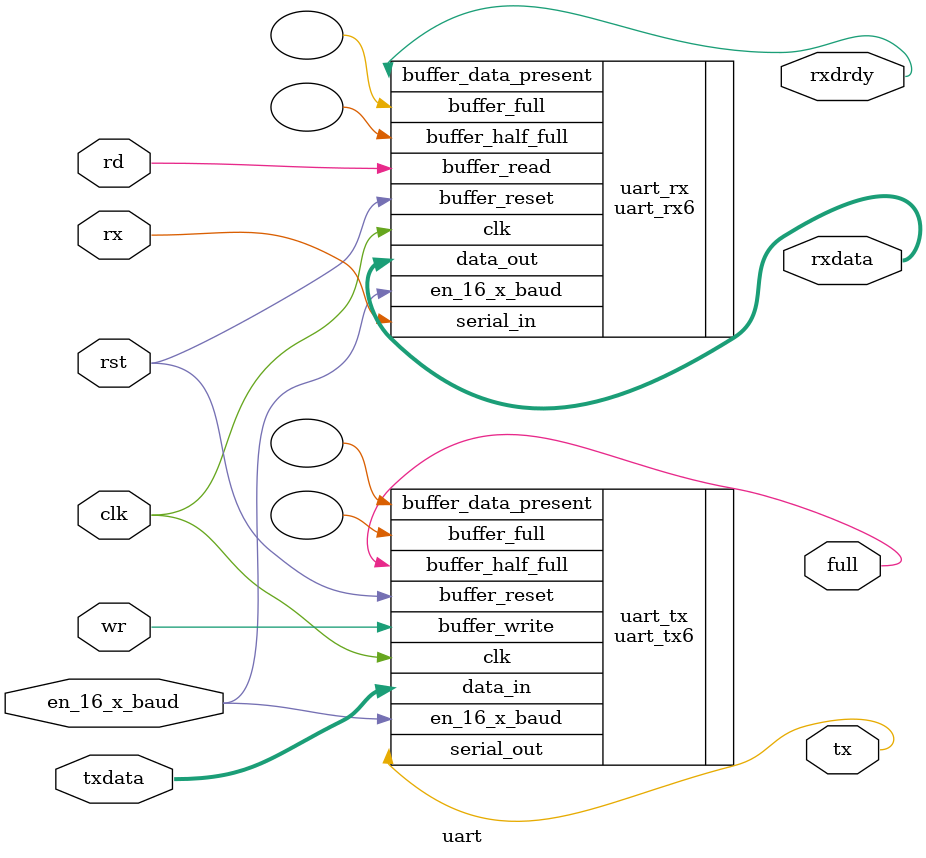
<source format=v>
module uart (
    output tx,
    input  rx,

    output [7:0] rxdata,
    output       rxdrdy,
    input        rd,

    input  [7:0] txdata,
    output       full,
    input        wr,

    input en_16_x_baud,
    input clk,
    input rst
);

uart_rx6  uart_rx (
    .serial_in           (rx),//input

    .data_out            (rxdata),//output [7:0]
    .buffer_read         (rd),//input
    .buffer_data_present (rxdrdy),//output
    .buffer_half_full    (),//output
    .buffer_full         (),//output
    .buffer_reset        (rst),//input

    .en_16_x_baud        (en_16_x_baud),//input
    .clk                 (clk) //input
);

uart_tx6 uart_tx (
    .serial_out         (tx),//output

    .data_in            (txdata),//input [7:0]
    .buffer_write       (wr),//input
    .buffer_data_present(),//output
    .buffer_half_full   (full),//output
    .buffer_full        (),//output
    .buffer_reset       (rst),//input

    .en_16_x_baud       (en_16_x_baud),//input
    .clk                (clk) //input
);


endmodule

</source>
